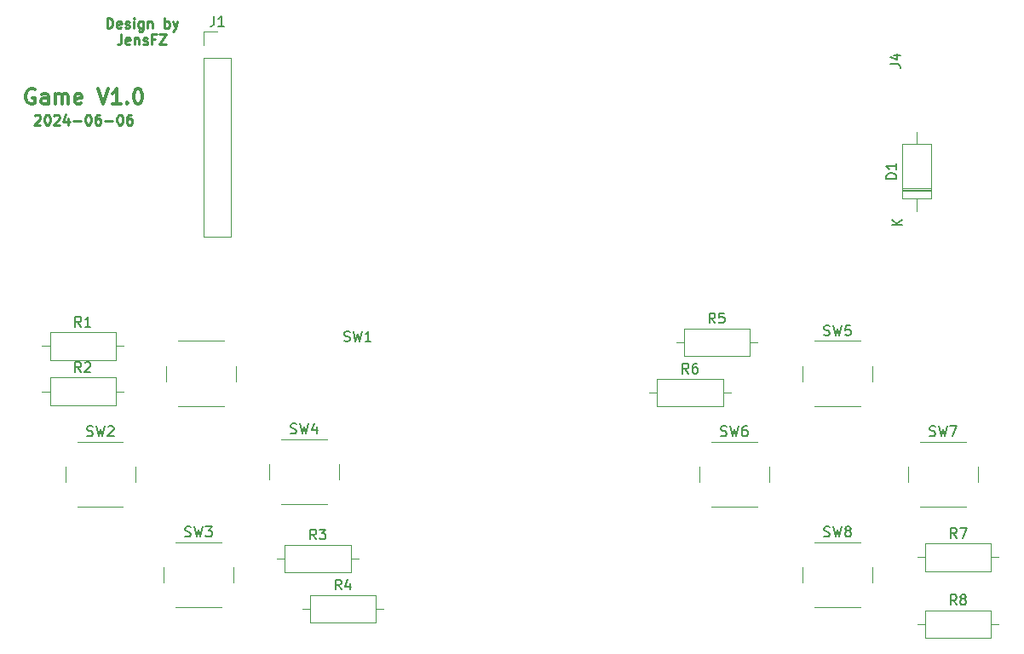
<source format=gbr>
%TF.GenerationSoftware,KiCad,Pcbnew,8.0.2*%
%TF.CreationDate,2024-06-07T00:11:44+02:00*%
%TF.ProjectId,BBC,4242432e-6b69-4636-9164-5f7063625858,rev?*%
%TF.SameCoordinates,Original*%
%TF.FileFunction,Legend,Top*%
%TF.FilePolarity,Positive*%
%FSLAX46Y46*%
G04 Gerber Fmt 4.6, Leading zero omitted, Abs format (unit mm)*
G04 Created by KiCad (PCBNEW 8.0.2) date 2024-06-07 00:11:44*
%MOMM*%
%LPD*%
G01*
G04 APERTURE LIST*
%ADD10C,0.250000*%
%ADD11C,0.300000*%
%ADD12C,0.150000*%
%ADD13C,0.120000*%
G04 APERTURE END LIST*
D10*
X39854949Y-45959857D02*
X39902568Y-45912238D01*
X39902568Y-45912238D02*
X39997806Y-45864619D01*
X39997806Y-45864619D02*
X40235901Y-45864619D01*
X40235901Y-45864619D02*
X40331139Y-45912238D01*
X40331139Y-45912238D02*
X40378758Y-45959857D01*
X40378758Y-45959857D02*
X40426377Y-46055095D01*
X40426377Y-46055095D02*
X40426377Y-46150333D01*
X40426377Y-46150333D02*
X40378758Y-46293190D01*
X40378758Y-46293190D02*
X39807330Y-46864619D01*
X39807330Y-46864619D02*
X40426377Y-46864619D01*
X41045425Y-45864619D02*
X41140663Y-45864619D01*
X41140663Y-45864619D02*
X41235901Y-45912238D01*
X41235901Y-45912238D02*
X41283520Y-45959857D01*
X41283520Y-45959857D02*
X41331139Y-46055095D01*
X41331139Y-46055095D02*
X41378758Y-46245571D01*
X41378758Y-46245571D02*
X41378758Y-46483666D01*
X41378758Y-46483666D02*
X41331139Y-46674142D01*
X41331139Y-46674142D02*
X41283520Y-46769380D01*
X41283520Y-46769380D02*
X41235901Y-46817000D01*
X41235901Y-46817000D02*
X41140663Y-46864619D01*
X41140663Y-46864619D02*
X41045425Y-46864619D01*
X41045425Y-46864619D02*
X40950187Y-46817000D01*
X40950187Y-46817000D02*
X40902568Y-46769380D01*
X40902568Y-46769380D02*
X40854949Y-46674142D01*
X40854949Y-46674142D02*
X40807330Y-46483666D01*
X40807330Y-46483666D02*
X40807330Y-46245571D01*
X40807330Y-46245571D02*
X40854949Y-46055095D01*
X40854949Y-46055095D02*
X40902568Y-45959857D01*
X40902568Y-45959857D02*
X40950187Y-45912238D01*
X40950187Y-45912238D02*
X41045425Y-45864619D01*
X41759711Y-45959857D02*
X41807330Y-45912238D01*
X41807330Y-45912238D02*
X41902568Y-45864619D01*
X41902568Y-45864619D02*
X42140663Y-45864619D01*
X42140663Y-45864619D02*
X42235901Y-45912238D01*
X42235901Y-45912238D02*
X42283520Y-45959857D01*
X42283520Y-45959857D02*
X42331139Y-46055095D01*
X42331139Y-46055095D02*
X42331139Y-46150333D01*
X42331139Y-46150333D02*
X42283520Y-46293190D01*
X42283520Y-46293190D02*
X41712092Y-46864619D01*
X41712092Y-46864619D02*
X42331139Y-46864619D01*
X43188282Y-46197952D02*
X43188282Y-46864619D01*
X42950187Y-45817000D02*
X42712092Y-46531285D01*
X42712092Y-46531285D02*
X43331139Y-46531285D01*
X43712092Y-46483666D02*
X44473997Y-46483666D01*
X45140663Y-45864619D02*
X45235901Y-45864619D01*
X45235901Y-45864619D02*
X45331139Y-45912238D01*
X45331139Y-45912238D02*
X45378758Y-45959857D01*
X45378758Y-45959857D02*
X45426377Y-46055095D01*
X45426377Y-46055095D02*
X45473996Y-46245571D01*
X45473996Y-46245571D02*
X45473996Y-46483666D01*
X45473996Y-46483666D02*
X45426377Y-46674142D01*
X45426377Y-46674142D02*
X45378758Y-46769380D01*
X45378758Y-46769380D02*
X45331139Y-46817000D01*
X45331139Y-46817000D02*
X45235901Y-46864619D01*
X45235901Y-46864619D02*
X45140663Y-46864619D01*
X45140663Y-46864619D02*
X45045425Y-46817000D01*
X45045425Y-46817000D02*
X44997806Y-46769380D01*
X44997806Y-46769380D02*
X44950187Y-46674142D01*
X44950187Y-46674142D02*
X44902568Y-46483666D01*
X44902568Y-46483666D02*
X44902568Y-46245571D01*
X44902568Y-46245571D02*
X44950187Y-46055095D01*
X44950187Y-46055095D02*
X44997806Y-45959857D01*
X44997806Y-45959857D02*
X45045425Y-45912238D01*
X45045425Y-45912238D02*
X45140663Y-45864619D01*
X46331139Y-45864619D02*
X46140663Y-45864619D01*
X46140663Y-45864619D02*
X46045425Y-45912238D01*
X46045425Y-45912238D02*
X45997806Y-45959857D01*
X45997806Y-45959857D02*
X45902568Y-46102714D01*
X45902568Y-46102714D02*
X45854949Y-46293190D01*
X45854949Y-46293190D02*
X45854949Y-46674142D01*
X45854949Y-46674142D02*
X45902568Y-46769380D01*
X45902568Y-46769380D02*
X45950187Y-46817000D01*
X45950187Y-46817000D02*
X46045425Y-46864619D01*
X46045425Y-46864619D02*
X46235901Y-46864619D01*
X46235901Y-46864619D02*
X46331139Y-46817000D01*
X46331139Y-46817000D02*
X46378758Y-46769380D01*
X46378758Y-46769380D02*
X46426377Y-46674142D01*
X46426377Y-46674142D02*
X46426377Y-46436047D01*
X46426377Y-46436047D02*
X46378758Y-46340809D01*
X46378758Y-46340809D02*
X46331139Y-46293190D01*
X46331139Y-46293190D02*
X46235901Y-46245571D01*
X46235901Y-46245571D02*
X46045425Y-46245571D01*
X46045425Y-46245571D02*
X45950187Y-46293190D01*
X45950187Y-46293190D02*
X45902568Y-46340809D01*
X45902568Y-46340809D02*
X45854949Y-46436047D01*
X46854949Y-46483666D02*
X47616854Y-46483666D01*
X48283520Y-45864619D02*
X48378758Y-45864619D01*
X48378758Y-45864619D02*
X48473996Y-45912238D01*
X48473996Y-45912238D02*
X48521615Y-45959857D01*
X48521615Y-45959857D02*
X48569234Y-46055095D01*
X48569234Y-46055095D02*
X48616853Y-46245571D01*
X48616853Y-46245571D02*
X48616853Y-46483666D01*
X48616853Y-46483666D02*
X48569234Y-46674142D01*
X48569234Y-46674142D02*
X48521615Y-46769380D01*
X48521615Y-46769380D02*
X48473996Y-46817000D01*
X48473996Y-46817000D02*
X48378758Y-46864619D01*
X48378758Y-46864619D02*
X48283520Y-46864619D01*
X48283520Y-46864619D02*
X48188282Y-46817000D01*
X48188282Y-46817000D02*
X48140663Y-46769380D01*
X48140663Y-46769380D02*
X48093044Y-46674142D01*
X48093044Y-46674142D02*
X48045425Y-46483666D01*
X48045425Y-46483666D02*
X48045425Y-46245571D01*
X48045425Y-46245571D02*
X48093044Y-46055095D01*
X48093044Y-46055095D02*
X48140663Y-45959857D01*
X48140663Y-45959857D02*
X48188282Y-45912238D01*
X48188282Y-45912238D02*
X48283520Y-45864619D01*
X49473996Y-45864619D02*
X49283520Y-45864619D01*
X49283520Y-45864619D02*
X49188282Y-45912238D01*
X49188282Y-45912238D02*
X49140663Y-45959857D01*
X49140663Y-45959857D02*
X49045425Y-46102714D01*
X49045425Y-46102714D02*
X48997806Y-46293190D01*
X48997806Y-46293190D02*
X48997806Y-46674142D01*
X48997806Y-46674142D02*
X49045425Y-46769380D01*
X49045425Y-46769380D02*
X49093044Y-46817000D01*
X49093044Y-46817000D02*
X49188282Y-46864619D01*
X49188282Y-46864619D02*
X49378758Y-46864619D01*
X49378758Y-46864619D02*
X49473996Y-46817000D01*
X49473996Y-46817000D02*
X49521615Y-46769380D01*
X49521615Y-46769380D02*
X49569234Y-46674142D01*
X49569234Y-46674142D02*
X49569234Y-46436047D01*
X49569234Y-46436047D02*
X49521615Y-46340809D01*
X49521615Y-46340809D02*
X49473996Y-46293190D01*
X49473996Y-46293190D02*
X49378758Y-46245571D01*
X49378758Y-46245571D02*
X49188282Y-46245571D01*
X49188282Y-46245571D02*
X49093044Y-46293190D01*
X49093044Y-46293190D02*
X49045425Y-46340809D01*
X49045425Y-46340809D02*
X48997806Y-46436047D01*
D11*
X39840225Y-43372257D02*
X39697368Y-43300828D01*
X39697368Y-43300828D02*
X39483082Y-43300828D01*
X39483082Y-43300828D02*
X39268796Y-43372257D01*
X39268796Y-43372257D02*
X39125939Y-43515114D01*
X39125939Y-43515114D02*
X39054510Y-43657971D01*
X39054510Y-43657971D02*
X38983082Y-43943685D01*
X38983082Y-43943685D02*
X38983082Y-44157971D01*
X38983082Y-44157971D02*
X39054510Y-44443685D01*
X39054510Y-44443685D02*
X39125939Y-44586542D01*
X39125939Y-44586542D02*
X39268796Y-44729400D01*
X39268796Y-44729400D02*
X39483082Y-44800828D01*
X39483082Y-44800828D02*
X39625939Y-44800828D01*
X39625939Y-44800828D02*
X39840225Y-44729400D01*
X39840225Y-44729400D02*
X39911653Y-44657971D01*
X39911653Y-44657971D02*
X39911653Y-44157971D01*
X39911653Y-44157971D02*
X39625939Y-44157971D01*
X41197368Y-44800828D02*
X41197368Y-44015114D01*
X41197368Y-44015114D02*
X41125939Y-43872257D01*
X41125939Y-43872257D02*
X40983082Y-43800828D01*
X40983082Y-43800828D02*
X40697368Y-43800828D01*
X40697368Y-43800828D02*
X40554510Y-43872257D01*
X41197368Y-44729400D02*
X41054510Y-44800828D01*
X41054510Y-44800828D02*
X40697368Y-44800828D01*
X40697368Y-44800828D02*
X40554510Y-44729400D01*
X40554510Y-44729400D02*
X40483082Y-44586542D01*
X40483082Y-44586542D02*
X40483082Y-44443685D01*
X40483082Y-44443685D02*
X40554510Y-44300828D01*
X40554510Y-44300828D02*
X40697368Y-44229400D01*
X40697368Y-44229400D02*
X41054510Y-44229400D01*
X41054510Y-44229400D02*
X41197368Y-44157971D01*
X41911653Y-44800828D02*
X41911653Y-43800828D01*
X41911653Y-43943685D02*
X41983082Y-43872257D01*
X41983082Y-43872257D02*
X42125939Y-43800828D01*
X42125939Y-43800828D02*
X42340225Y-43800828D01*
X42340225Y-43800828D02*
X42483082Y-43872257D01*
X42483082Y-43872257D02*
X42554511Y-44015114D01*
X42554511Y-44015114D02*
X42554511Y-44800828D01*
X42554511Y-44015114D02*
X42625939Y-43872257D01*
X42625939Y-43872257D02*
X42768796Y-43800828D01*
X42768796Y-43800828D02*
X42983082Y-43800828D01*
X42983082Y-43800828D02*
X43125939Y-43872257D01*
X43125939Y-43872257D02*
X43197368Y-44015114D01*
X43197368Y-44015114D02*
X43197368Y-44800828D01*
X44483082Y-44729400D02*
X44340225Y-44800828D01*
X44340225Y-44800828D02*
X44054511Y-44800828D01*
X44054511Y-44800828D02*
X43911653Y-44729400D01*
X43911653Y-44729400D02*
X43840225Y-44586542D01*
X43840225Y-44586542D02*
X43840225Y-44015114D01*
X43840225Y-44015114D02*
X43911653Y-43872257D01*
X43911653Y-43872257D02*
X44054511Y-43800828D01*
X44054511Y-43800828D02*
X44340225Y-43800828D01*
X44340225Y-43800828D02*
X44483082Y-43872257D01*
X44483082Y-43872257D02*
X44554511Y-44015114D01*
X44554511Y-44015114D02*
X44554511Y-44157971D01*
X44554511Y-44157971D02*
X43840225Y-44300828D01*
X46125939Y-43300828D02*
X46625939Y-44800828D01*
X46625939Y-44800828D02*
X47125939Y-43300828D01*
X48411653Y-44800828D02*
X47554510Y-44800828D01*
X47983081Y-44800828D02*
X47983081Y-43300828D01*
X47983081Y-43300828D02*
X47840224Y-43515114D01*
X47840224Y-43515114D02*
X47697367Y-43657971D01*
X47697367Y-43657971D02*
X47554510Y-43729400D01*
X49054509Y-44657971D02*
X49125938Y-44729400D01*
X49125938Y-44729400D02*
X49054509Y-44800828D01*
X49054509Y-44800828D02*
X48983081Y-44729400D01*
X48983081Y-44729400D02*
X49054509Y-44657971D01*
X49054509Y-44657971D02*
X49054509Y-44800828D01*
X50054510Y-43300828D02*
X50197367Y-43300828D01*
X50197367Y-43300828D02*
X50340224Y-43372257D01*
X50340224Y-43372257D02*
X50411653Y-43443685D01*
X50411653Y-43443685D02*
X50483081Y-43586542D01*
X50483081Y-43586542D02*
X50554510Y-43872257D01*
X50554510Y-43872257D02*
X50554510Y-44229400D01*
X50554510Y-44229400D02*
X50483081Y-44515114D01*
X50483081Y-44515114D02*
X50411653Y-44657971D01*
X50411653Y-44657971D02*
X50340224Y-44729400D01*
X50340224Y-44729400D02*
X50197367Y-44800828D01*
X50197367Y-44800828D02*
X50054510Y-44800828D01*
X50054510Y-44800828D02*
X49911653Y-44729400D01*
X49911653Y-44729400D02*
X49840224Y-44657971D01*
X49840224Y-44657971D02*
X49768795Y-44515114D01*
X49768795Y-44515114D02*
X49697367Y-44229400D01*
X49697367Y-44229400D02*
X49697367Y-43872257D01*
X49697367Y-43872257D02*
X49768795Y-43586542D01*
X49768795Y-43586542D02*
X49840224Y-43443685D01*
X49840224Y-43443685D02*
X49911653Y-43372257D01*
X49911653Y-43372257D02*
X50054510Y-43300828D01*
D10*
X47047619Y-37254675D02*
X47047619Y-36254675D01*
X47047619Y-36254675D02*
X47285714Y-36254675D01*
X47285714Y-36254675D02*
X47428571Y-36302294D01*
X47428571Y-36302294D02*
X47523809Y-36397532D01*
X47523809Y-36397532D02*
X47571428Y-36492770D01*
X47571428Y-36492770D02*
X47619047Y-36683246D01*
X47619047Y-36683246D02*
X47619047Y-36826103D01*
X47619047Y-36826103D02*
X47571428Y-37016579D01*
X47571428Y-37016579D02*
X47523809Y-37111817D01*
X47523809Y-37111817D02*
X47428571Y-37207056D01*
X47428571Y-37207056D02*
X47285714Y-37254675D01*
X47285714Y-37254675D02*
X47047619Y-37254675D01*
X48428571Y-37207056D02*
X48333333Y-37254675D01*
X48333333Y-37254675D02*
X48142857Y-37254675D01*
X48142857Y-37254675D02*
X48047619Y-37207056D01*
X48047619Y-37207056D02*
X48000000Y-37111817D01*
X48000000Y-37111817D02*
X48000000Y-36730865D01*
X48000000Y-36730865D02*
X48047619Y-36635627D01*
X48047619Y-36635627D02*
X48142857Y-36588008D01*
X48142857Y-36588008D02*
X48333333Y-36588008D01*
X48333333Y-36588008D02*
X48428571Y-36635627D01*
X48428571Y-36635627D02*
X48476190Y-36730865D01*
X48476190Y-36730865D02*
X48476190Y-36826103D01*
X48476190Y-36826103D02*
X48000000Y-36921341D01*
X48857143Y-37207056D02*
X48952381Y-37254675D01*
X48952381Y-37254675D02*
X49142857Y-37254675D01*
X49142857Y-37254675D02*
X49238095Y-37207056D01*
X49238095Y-37207056D02*
X49285714Y-37111817D01*
X49285714Y-37111817D02*
X49285714Y-37064198D01*
X49285714Y-37064198D02*
X49238095Y-36968960D01*
X49238095Y-36968960D02*
X49142857Y-36921341D01*
X49142857Y-36921341D02*
X49000000Y-36921341D01*
X49000000Y-36921341D02*
X48904762Y-36873722D01*
X48904762Y-36873722D02*
X48857143Y-36778484D01*
X48857143Y-36778484D02*
X48857143Y-36730865D01*
X48857143Y-36730865D02*
X48904762Y-36635627D01*
X48904762Y-36635627D02*
X49000000Y-36588008D01*
X49000000Y-36588008D02*
X49142857Y-36588008D01*
X49142857Y-36588008D02*
X49238095Y-36635627D01*
X49714286Y-37254675D02*
X49714286Y-36588008D01*
X49714286Y-36254675D02*
X49666667Y-36302294D01*
X49666667Y-36302294D02*
X49714286Y-36349913D01*
X49714286Y-36349913D02*
X49761905Y-36302294D01*
X49761905Y-36302294D02*
X49714286Y-36254675D01*
X49714286Y-36254675D02*
X49714286Y-36349913D01*
X50619047Y-36588008D02*
X50619047Y-37397532D01*
X50619047Y-37397532D02*
X50571428Y-37492770D01*
X50571428Y-37492770D02*
X50523809Y-37540389D01*
X50523809Y-37540389D02*
X50428571Y-37588008D01*
X50428571Y-37588008D02*
X50285714Y-37588008D01*
X50285714Y-37588008D02*
X50190476Y-37540389D01*
X50619047Y-37207056D02*
X50523809Y-37254675D01*
X50523809Y-37254675D02*
X50333333Y-37254675D01*
X50333333Y-37254675D02*
X50238095Y-37207056D01*
X50238095Y-37207056D02*
X50190476Y-37159436D01*
X50190476Y-37159436D02*
X50142857Y-37064198D01*
X50142857Y-37064198D02*
X50142857Y-36778484D01*
X50142857Y-36778484D02*
X50190476Y-36683246D01*
X50190476Y-36683246D02*
X50238095Y-36635627D01*
X50238095Y-36635627D02*
X50333333Y-36588008D01*
X50333333Y-36588008D02*
X50523809Y-36588008D01*
X50523809Y-36588008D02*
X50619047Y-36635627D01*
X51095238Y-36588008D02*
X51095238Y-37254675D01*
X51095238Y-36683246D02*
X51142857Y-36635627D01*
X51142857Y-36635627D02*
X51238095Y-36588008D01*
X51238095Y-36588008D02*
X51380952Y-36588008D01*
X51380952Y-36588008D02*
X51476190Y-36635627D01*
X51476190Y-36635627D02*
X51523809Y-36730865D01*
X51523809Y-36730865D02*
X51523809Y-37254675D01*
X52761905Y-37254675D02*
X52761905Y-36254675D01*
X52761905Y-36635627D02*
X52857143Y-36588008D01*
X52857143Y-36588008D02*
X53047619Y-36588008D01*
X53047619Y-36588008D02*
X53142857Y-36635627D01*
X53142857Y-36635627D02*
X53190476Y-36683246D01*
X53190476Y-36683246D02*
X53238095Y-36778484D01*
X53238095Y-36778484D02*
X53238095Y-37064198D01*
X53238095Y-37064198D02*
X53190476Y-37159436D01*
X53190476Y-37159436D02*
X53142857Y-37207056D01*
X53142857Y-37207056D02*
X53047619Y-37254675D01*
X53047619Y-37254675D02*
X52857143Y-37254675D01*
X52857143Y-37254675D02*
X52761905Y-37207056D01*
X53571429Y-36588008D02*
X53809524Y-37254675D01*
X54047619Y-36588008D02*
X53809524Y-37254675D01*
X53809524Y-37254675D02*
X53714286Y-37492770D01*
X53714286Y-37492770D02*
X53666667Y-37540389D01*
X53666667Y-37540389D02*
X53571429Y-37588008D01*
X48452380Y-37864619D02*
X48452380Y-38578904D01*
X48452380Y-38578904D02*
X48404761Y-38721761D01*
X48404761Y-38721761D02*
X48309523Y-38817000D01*
X48309523Y-38817000D02*
X48166666Y-38864619D01*
X48166666Y-38864619D02*
X48071428Y-38864619D01*
X49309523Y-38817000D02*
X49214285Y-38864619D01*
X49214285Y-38864619D02*
X49023809Y-38864619D01*
X49023809Y-38864619D02*
X48928571Y-38817000D01*
X48928571Y-38817000D02*
X48880952Y-38721761D01*
X48880952Y-38721761D02*
X48880952Y-38340809D01*
X48880952Y-38340809D02*
X48928571Y-38245571D01*
X48928571Y-38245571D02*
X49023809Y-38197952D01*
X49023809Y-38197952D02*
X49214285Y-38197952D01*
X49214285Y-38197952D02*
X49309523Y-38245571D01*
X49309523Y-38245571D02*
X49357142Y-38340809D01*
X49357142Y-38340809D02*
X49357142Y-38436047D01*
X49357142Y-38436047D02*
X48880952Y-38531285D01*
X49785714Y-38197952D02*
X49785714Y-38864619D01*
X49785714Y-38293190D02*
X49833333Y-38245571D01*
X49833333Y-38245571D02*
X49928571Y-38197952D01*
X49928571Y-38197952D02*
X50071428Y-38197952D01*
X50071428Y-38197952D02*
X50166666Y-38245571D01*
X50166666Y-38245571D02*
X50214285Y-38340809D01*
X50214285Y-38340809D02*
X50214285Y-38864619D01*
X50642857Y-38817000D02*
X50738095Y-38864619D01*
X50738095Y-38864619D02*
X50928571Y-38864619D01*
X50928571Y-38864619D02*
X51023809Y-38817000D01*
X51023809Y-38817000D02*
X51071428Y-38721761D01*
X51071428Y-38721761D02*
X51071428Y-38674142D01*
X51071428Y-38674142D02*
X51023809Y-38578904D01*
X51023809Y-38578904D02*
X50928571Y-38531285D01*
X50928571Y-38531285D02*
X50785714Y-38531285D01*
X50785714Y-38531285D02*
X50690476Y-38483666D01*
X50690476Y-38483666D02*
X50642857Y-38388428D01*
X50642857Y-38388428D02*
X50642857Y-38340809D01*
X50642857Y-38340809D02*
X50690476Y-38245571D01*
X50690476Y-38245571D02*
X50785714Y-38197952D01*
X50785714Y-38197952D02*
X50928571Y-38197952D01*
X50928571Y-38197952D02*
X51023809Y-38245571D01*
X51833333Y-38340809D02*
X51500000Y-38340809D01*
X51500000Y-38864619D02*
X51500000Y-37864619D01*
X51500000Y-37864619D02*
X51976190Y-37864619D01*
X52261905Y-37864619D02*
X52928571Y-37864619D01*
X52928571Y-37864619D02*
X52261905Y-38864619D01*
X52261905Y-38864619D02*
X52928571Y-38864619D01*
D12*
X125484819Y-52238094D02*
X124484819Y-52238094D01*
X124484819Y-52238094D02*
X124484819Y-51999999D01*
X124484819Y-51999999D02*
X124532438Y-51857142D01*
X124532438Y-51857142D02*
X124627676Y-51761904D01*
X124627676Y-51761904D02*
X124722914Y-51714285D01*
X124722914Y-51714285D02*
X124913390Y-51666666D01*
X124913390Y-51666666D02*
X125056247Y-51666666D01*
X125056247Y-51666666D02*
X125246723Y-51714285D01*
X125246723Y-51714285D02*
X125341961Y-51761904D01*
X125341961Y-51761904D02*
X125437200Y-51857142D01*
X125437200Y-51857142D02*
X125484819Y-51999999D01*
X125484819Y-51999999D02*
X125484819Y-52238094D01*
X125484819Y-50714285D02*
X125484819Y-51285713D01*
X125484819Y-50999999D02*
X124484819Y-50999999D01*
X124484819Y-50999999D02*
X124627676Y-51095237D01*
X124627676Y-51095237D02*
X124722914Y-51190475D01*
X124722914Y-51190475D02*
X124770533Y-51285713D01*
X126054819Y-56841904D02*
X125054819Y-56841904D01*
X126054819Y-56270476D02*
X125483390Y-56699047D01*
X125054819Y-56270476D02*
X125626247Y-56841904D01*
X124904819Y-40833333D02*
X125619104Y-40833333D01*
X125619104Y-40833333D02*
X125761961Y-40880952D01*
X125761961Y-40880952D02*
X125857200Y-40976190D01*
X125857200Y-40976190D02*
X125904819Y-41119047D01*
X125904819Y-41119047D02*
X125904819Y-41214285D01*
X125238152Y-39928571D02*
X125904819Y-39928571D01*
X124857200Y-40166666D02*
X125571485Y-40404761D01*
X125571485Y-40404761D02*
X125571485Y-39785714D01*
X57666666Y-36044819D02*
X57666666Y-36759104D01*
X57666666Y-36759104D02*
X57619047Y-36901961D01*
X57619047Y-36901961D02*
X57523809Y-36997200D01*
X57523809Y-36997200D02*
X57380952Y-37044819D01*
X57380952Y-37044819D02*
X57285714Y-37044819D01*
X58666666Y-37044819D02*
X58095238Y-37044819D01*
X58380952Y-37044819D02*
X58380952Y-36044819D01*
X58380952Y-36044819D02*
X58285714Y-36187676D01*
X58285714Y-36187676D02*
X58190476Y-36282914D01*
X58190476Y-36282914D02*
X58095238Y-36330533D01*
X118303947Y-87767200D02*
X118446804Y-87814819D01*
X118446804Y-87814819D02*
X118684899Y-87814819D01*
X118684899Y-87814819D02*
X118780137Y-87767200D01*
X118780137Y-87767200D02*
X118827756Y-87719580D01*
X118827756Y-87719580D02*
X118875375Y-87624342D01*
X118875375Y-87624342D02*
X118875375Y-87529104D01*
X118875375Y-87529104D02*
X118827756Y-87433866D01*
X118827756Y-87433866D02*
X118780137Y-87386247D01*
X118780137Y-87386247D02*
X118684899Y-87338628D01*
X118684899Y-87338628D02*
X118494423Y-87291009D01*
X118494423Y-87291009D02*
X118399185Y-87243390D01*
X118399185Y-87243390D02*
X118351566Y-87195771D01*
X118351566Y-87195771D02*
X118303947Y-87100533D01*
X118303947Y-87100533D02*
X118303947Y-87005295D01*
X118303947Y-87005295D02*
X118351566Y-86910057D01*
X118351566Y-86910057D02*
X118399185Y-86862438D01*
X118399185Y-86862438D02*
X118494423Y-86814819D01*
X118494423Y-86814819D02*
X118732518Y-86814819D01*
X118732518Y-86814819D02*
X118875375Y-86862438D01*
X119208709Y-86814819D02*
X119446804Y-87814819D01*
X119446804Y-87814819D02*
X119637280Y-87100533D01*
X119637280Y-87100533D02*
X119827756Y-87814819D01*
X119827756Y-87814819D02*
X120065852Y-86814819D01*
X120589661Y-87243390D02*
X120494423Y-87195771D01*
X120494423Y-87195771D02*
X120446804Y-87148152D01*
X120446804Y-87148152D02*
X120399185Y-87052914D01*
X120399185Y-87052914D02*
X120399185Y-87005295D01*
X120399185Y-87005295D02*
X120446804Y-86910057D01*
X120446804Y-86910057D02*
X120494423Y-86862438D01*
X120494423Y-86862438D02*
X120589661Y-86814819D01*
X120589661Y-86814819D02*
X120780137Y-86814819D01*
X120780137Y-86814819D02*
X120875375Y-86862438D01*
X120875375Y-86862438D02*
X120922994Y-86910057D01*
X120922994Y-86910057D02*
X120970613Y-87005295D01*
X120970613Y-87005295D02*
X120970613Y-87052914D01*
X120970613Y-87052914D02*
X120922994Y-87148152D01*
X120922994Y-87148152D02*
X120875375Y-87195771D01*
X120875375Y-87195771D02*
X120780137Y-87243390D01*
X120780137Y-87243390D02*
X120589661Y-87243390D01*
X120589661Y-87243390D02*
X120494423Y-87291009D01*
X120494423Y-87291009D02*
X120446804Y-87338628D01*
X120446804Y-87338628D02*
X120399185Y-87433866D01*
X120399185Y-87433866D02*
X120399185Y-87624342D01*
X120399185Y-87624342D02*
X120446804Y-87719580D01*
X120446804Y-87719580D02*
X120494423Y-87767200D01*
X120494423Y-87767200D02*
X120589661Y-87814819D01*
X120589661Y-87814819D02*
X120780137Y-87814819D01*
X120780137Y-87814819D02*
X120875375Y-87767200D01*
X120875375Y-87767200D02*
X120922994Y-87719580D01*
X120922994Y-87719580D02*
X120970613Y-87624342D01*
X120970613Y-87624342D02*
X120970613Y-87433866D01*
X120970613Y-87433866D02*
X120922994Y-87338628D01*
X120922994Y-87338628D02*
X120875375Y-87291009D01*
X120875375Y-87291009D02*
X120780137Y-87243390D01*
X128803947Y-77767200D02*
X128946804Y-77814819D01*
X128946804Y-77814819D02*
X129184899Y-77814819D01*
X129184899Y-77814819D02*
X129280137Y-77767200D01*
X129280137Y-77767200D02*
X129327756Y-77719580D01*
X129327756Y-77719580D02*
X129375375Y-77624342D01*
X129375375Y-77624342D02*
X129375375Y-77529104D01*
X129375375Y-77529104D02*
X129327756Y-77433866D01*
X129327756Y-77433866D02*
X129280137Y-77386247D01*
X129280137Y-77386247D02*
X129184899Y-77338628D01*
X129184899Y-77338628D02*
X128994423Y-77291009D01*
X128994423Y-77291009D02*
X128899185Y-77243390D01*
X128899185Y-77243390D02*
X128851566Y-77195771D01*
X128851566Y-77195771D02*
X128803947Y-77100533D01*
X128803947Y-77100533D02*
X128803947Y-77005295D01*
X128803947Y-77005295D02*
X128851566Y-76910057D01*
X128851566Y-76910057D02*
X128899185Y-76862438D01*
X128899185Y-76862438D02*
X128994423Y-76814819D01*
X128994423Y-76814819D02*
X129232518Y-76814819D01*
X129232518Y-76814819D02*
X129375375Y-76862438D01*
X129708709Y-76814819D02*
X129946804Y-77814819D01*
X129946804Y-77814819D02*
X130137280Y-77100533D01*
X130137280Y-77100533D02*
X130327756Y-77814819D01*
X130327756Y-77814819D02*
X130565852Y-76814819D01*
X130851566Y-76814819D02*
X131518232Y-76814819D01*
X131518232Y-76814819D02*
X131089661Y-77814819D01*
X108053947Y-77767200D02*
X108196804Y-77814819D01*
X108196804Y-77814819D02*
X108434899Y-77814819D01*
X108434899Y-77814819D02*
X108530137Y-77767200D01*
X108530137Y-77767200D02*
X108577756Y-77719580D01*
X108577756Y-77719580D02*
X108625375Y-77624342D01*
X108625375Y-77624342D02*
X108625375Y-77529104D01*
X108625375Y-77529104D02*
X108577756Y-77433866D01*
X108577756Y-77433866D02*
X108530137Y-77386247D01*
X108530137Y-77386247D02*
X108434899Y-77338628D01*
X108434899Y-77338628D02*
X108244423Y-77291009D01*
X108244423Y-77291009D02*
X108149185Y-77243390D01*
X108149185Y-77243390D02*
X108101566Y-77195771D01*
X108101566Y-77195771D02*
X108053947Y-77100533D01*
X108053947Y-77100533D02*
X108053947Y-77005295D01*
X108053947Y-77005295D02*
X108101566Y-76910057D01*
X108101566Y-76910057D02*
X108149185Y-76862438D01*
X108149185Y-76862438D02*
X108244423Y-76814819D01*
X108244423Y-76814819D02*
X108482518Y-76814819D01*
X108482518Y-76814819D02*
X108625375Y-76862438D01*
X108958709Y-76814819D02*
X109196804Y-77814819D01*
X109196804Y-77814819D02*
X109387280Y-77100533D01*
X109387280Y-77100533D02*
X109577756Y-77814819D01*
X109577756Y-77814819D02*
X109815852Y-76814819D01*
X110625375Y-76814819D02*
X110434899Y-76814819D01*
X110434899Y-76814819D02*
X110339661Y-76862438D01*
X110339661Y-76862438D02*
X110292042Y-76910057D01*
X110292042Y-76910057D02*
X110196804Y-77052914D01*
X110196804Y-77052914D02*
X110149185Y-77243390D01*
X110149185Y-77243390D02*
X110149185Y-77624342D01*
X110149185Y-77624342D02*
X110196804Y-77719580D01*
X110196804Y-77719580D02*
X110244423Y-77767200D01*
X110244423Y-77767200D02*
X110339661Y-77814819D01*
X110339661Y-77814819D02*
X110530137Y-77814819D01*
X110530137Y-77814819D02*
X110625375Y-77767200D01*
X110625375Y-77767200D02*
X110672994Y-77719580D01*
X110672994Y-77719580D02*
X110720613Y-77624342D01*
X110720613Y-77624342D02*
X110720613Y-77386247D01*
X110720613Y-77386247D02*
X110672994Y-77291009D01*
X110672994Y-77291009D02*
X110625375Y-77243390D01*
X110625375Y-77243390D02*
X110530137Y-77195771D01*
X110530137Y-77195771D02*
X110339661Y-77195771D01*
X110339661Y-77195771D02*
X110244423Y-77243390D01*
X110244423Y-77243390D02*
X110196804Y-77291009D01*
X110196804Y-77291009D02*
X110149185Y-77386247D01*
X118303947Y-67767200D02*
X118446804Y-67814819D01*
X118446804Y-67814819D02*
X118684899Y-67814819D01*
X118684899Y-67814819D02*
X118780137Y-67767200D01*
X118780137Y-67767200D02*
X118827756Y-67719580D01*
X118827756Y-67719580D02*
X118875375Y-67624342D01*
X118875375Y-67624342D02*
X118875375Y-67529104D01*
X118875375Y-67529104D02*
X118827756Y-67433866D01*
X118827756Y-67433866D02*
X118780137Y-67386247D01*
X118780137Y-67386247D02*
X118684899Y-67338628D01*
X118684899Y-67338628D02*
X118494423Y-67291009D01*
X118494423Y-67291009D02*
X118399185Y-67243390D01*
X118399185Y-67243390D02*
X118351566Y-67195771D01*
X118351566Y-67195771D02*
X118303947Y-67100533D01*
X118303947Y-67100533D02*
X118303947Y-67005295D01*
X118303947Y-67005295D02*
X118351566Y-66910057D01*
X118351566Y-66910057D02*
X118399185Y-66862438D01*
X118399185Y-66862438D02*
X118494423Y-66814819D01*
X118494423Y-66814819D02*
X118732518Y-66814819D01*
X118732518Y-66814819D02*
X118875375Y-66862438D01*
X119208709Y-66814819D02*
X119446804Y-67814819D01*
X119446804Y-67814819D02*
X119637280Y-67100533D01*
X119637280Y-67100533D02*
X119827756Y-67814819D01*
X119827756Y-67814819D02*
X120065852Y-66814819D01*
X120922994Y-66814819D02*
X120446804Y-66814819D01*
X120446804Y-66814819D02*
X120399185Y-67291009D01*
X120399185Y-67291009D02*
X120446804Y-67243390D01*
X120446804Y-67243390D02*
X120542042Y-67195771D01*
X120542042Y-67195771D02*
X120780137Y-67195771D01*
X120780137Y-67195771D02*
X120875375Y-67243390D01*
X120875375Y-67243390D02*
X120922994Y-67291009D01*
X120922994Y-67291009D02*
X120970613Y-67386247D01*
X120970613Y-67386247D02*
X120970613Y-67624342D01*
X120970613Y-67624342D02*
X120922994Y-67719580D01*
X120922994Y-67719580D02*
X120875375Y-67767200D01*
X120875375Y-67767200D02*
X120780137Y-67814819D01*
X120780137Y-67814819D02*
X120542042Y-67814819D01*
X120542042Y-67814819D02*
X120446804Y-67767200D01*
X120446804Y-67767200D02*
X120399185Y-67719580D01*
X65303947Y-77517200D02*
X65446804Y-77564819D01*
X65446804Y-77564819D02*
X65684899Y-77564819D01*
X65684899Y-77564819D02*
X65780137Y-77517200D01*
X65780137Y-77517200D02*
X65827756Y-77469580D01*
X65827756Y-77469580D02*
X65875375Y-77374342D01*
X65875375Y-77374342D02*
X65875375Y-77279104D01*
X65875375Y-77279104D02*
X65827756Y-77183866D01*
X65827756Y-77183866D02*
X65780137Y-77136247D01*
X65780137Y-77136247D02*
X65684899Y-77088628D01*
X65684899Y-77088628D02*
X65494423Y-77041009D01*
X65494423Y-77041009D02*
X65399185Y-76993390D01*
X65399185Y-76993390D02*
X65351566Y-76945771D01*
X65351566Y-76945771D02*
X65303947Y-76850533D01*
X65303947Y-76850533D02*
X65303947Y-76755295D01*
X65303947Y-76755295D02*
X65351566Y-76660057D01*
X65351566Y-76660057D02*
X65399185Y-76612438D01*
X65399185Y-76612438D02*
X65494423Y-76564819D01*
X65494423Y-76564819D02*
X65732518Y-76564819D01*
X65732518Y-76564819D02*
X65875375Y-76612438D01*
X66208709Y-76564819D02*
X66446804Y-77564819D01*
X66446804Y-77564819D02*
X66637280Y-76850533D01*
X66637280Y-76850533D02*
X66827756Y-77564819D01*
X66827756Y-77564819D02*
X67065852Y-76564819D01*
X67875375Y-76898152D02*
X67875375Y-77564819D01*
X67637280Y-76517200D02*
X67399185Y-77231485D01*
X67399185Y-77231485D02*
X68018232Y-77231485D01*
X54803947Y-87767200D02*
X54946804Y-87814819D01*
X54946804Y-87814819D02*
X55184899Y-87814819D01*
X55184899Y-87814819D02*
X55280137Y-87767200D01*
X55280137Y-87767200D02*
X55327756Y-87719580D01*
X55327756Y-87719580D02*
X55375375Y-87624342D01*
X55375375Y-87624342D02*
X55375375Y-87529104D01*
X55375375Y-87529104D02*
X55327756Y-87433866D01*
X55327756Y-87433866D02*
X55280137Y-87386247D01*
X55280137Y-87386247D02*
X55184899Y-87338628D01*
X55184899Y-87338628D02*
X54994423Y-87291009D01*
X54994423Y-87291009D02*
X54899185Y-87243390D01*
X54899185Y-87243390D02*
X54851566Y-87195771D01*
X54851566Y-87195771D02*
X54803947Y-87100533D01*
X54803947Y-87100533D02*
X54803947Y-87005295D01*
X54803947Y-87005295D02*
X54851566Y-86910057D01*
X54851566Y-86910057D02*
X54899185Y-86862438D01*
X54899185Y-86862438D02*
X54994423Y-86814819D01*
X54994423Y-86814819D02*
X55232518Y-86814819D01*
X55232518Y-86814819D02*
X55375375Y-86862438D01*
X55708709Y-86814819D02*
X55946804Y-87814819D01*
X55946804Y-87814819D02*
X56137280Y-87100533D01*
X56137280Y-87100533D02*
X56327756Y-87814819D01*
X56327756Y-87814819D02*
X56565852Y-86814819D01*
X56851566Y-86814819D02*
X57470613Y-86814819D01*
X57470613Y-86814819D02*
X57137280Y-87195771D01*
X57137280Y-87195771D02*
X57280137Y-87195771D01*
X57280137Y-87195771D02*
X57375375Y-87243390D01*
X57375375Y-87243390D02*
X57422994Y-87291009D01*
X57422994Y-87291009D02*
X57470613Y-87386247D01*
X57470613Y-87386247D02*
X57470613Y-87624342D01*
X57470613Y-87624342D02*
X57422994Y-87719580D01*
X57422994Y-87719580D02*
X57375375Y-87767200D01*
X57375375Y-87767200D02*
X57280137Y-87814819D01*
X57280137Y-87814819D02*
X56994423Y-87814819D01*
X56994423Y-87814819D02*
X56899185Y-87767200D01*
X56899185Y-87767200D02*
X56851566Y-87719580D01*
X45053947Y-77767200D02*
X45196804Y-77814819D01*
X45196804Y-77814819D02*
X45434899Y-77814819D01*
X45434899Y-77814819D02*
X45530137Y-77767200D01*
X45530137Y-77767200D02*
X45577756Y-77719580D01*
X45577756Y-77719580D02*
X45625375Y-77624342D01*
X45625375Y-77624342D02*
X45625375Y-77529104D01*
X45625375Y-77529104D02*
X45577756Y-77433866D01*
X45577756Y-77433866D02*
X45530137Y-77386247D01*
X45530137Y-77386247D02*
X45434899Y-77338628D01*
X45434899Y-77338628D02*
X45244423Y-77291009D01*
X45244423Y-77291009D02*
X45149185Y-77243390D01*
X45149185Y-77243390D02*
X45101566Y-77195771D01*
X45101566Y-77195771D02*
X45053947Y-77100533D01*
X45053947Y-77100533D02*
X45053947Y-77005295D01*
X45053947Y-77005295D02*
X45101566Y-76910057D01*
X45101566Y-76910057D02*
X45149185Y-76862438D01*
X45149185Y-76862438D02*
X45244423Y-76814819D01*
X45244423Y-76814819D02*
X45482518Y-76814819D01*
X45482518Y-76814819D02*
X45625375Y-76862438D01*
X45958709Y-76814819D02*
X46196804Y-77814819D01*
X46196804Y-77814819D02*
X46387280Y-77100533D01*
X46387280Y-77100533D02*
X46577756Y-77814819D01*
X46577756Y-77814819D02*
X46815852Y-76814819D01*
X47149185Y-76910057D02*
X47196804Y-76862438D01*
X47196804Y-76862438D02*
X47292042Y-76814819D01*
X47292042Y-76814819D02*
X47530137Y-76814819D01*
X47530137Y-76814819D02*
X47625375Y-76862438D01*
X47625375Y-76862438D02*
X47672994Y-76910057D01*
X47672994Y-76910057D02*
X47720613Y-77005295D01*
X47720613Y-77005295D02*
X47720613Y-77100533D01*
X47720613Y-77100533D02*
X47672994Y-77243390D01*
X47672994Y-77243390D02*
X47101566Y-77814819D01*
X47101566Y-77814819D02*
X47720613Y-77814819D01*
X70606867Y-68339039D02*
X70749724Y-68386658D01*
X70749724Y-68386658D02*
X70987819Y-68386658D01*
X70987819Y-68386658D02*
X71083057Y-68339039D01*
X71083057Y-68339039D02*
X71130676Y-68291419D01*
X71130676Y-68291419D02*
X71178295Y-68196181D01*
X71178295Y-68196181D02*
X71178295Y-68100943D01*
X71178295Y-68100943D02*
X71130676Y-68005705D01*
X71130676Y-68005705D02*
X71083057Y-67958086D01*
X71083057Y-67958086D02*
X70987819Y-67910467D01*
X70987819Y-67910467D02*
X70797343Y-67862848D01*
X70797343Y-67862848D02*
X70702105Y-67815229D01*
X70702105Y-67815229D02*
X70654486Y-67767610D01*
X70654486Y-67767610D02*
X70606867Y-67672372D01*
X70606867Y-67672372D02*
X70606867Y-67577134D01*
X70606867Y-67577134D02*
X70654486Y-67481896D01*
X70654486Y-67481896D02*
X70702105Y-67434277D01*
X70702105Y-67434277D02*
X70797343Y-67386658D01*
X70797343Y-67386658D02*
X71035438Y-67386658D01*
X71035438Y-67386658D02*
X71178295Y-67434277D01*
X71511629Y-67386658D02*
X71749724Y-68386658D01*
X71749724Y-68386658D02*
X71940200Y-67672372D01*
X71940200Y-67672372D02*
X72130676Y-68386658D01*
X72130676Y-68386658D02*
X72368772Y-67386658D01*
X73273533Y-68386658D02*
X72702105Y-68386658D01*
X72987819Y-68386658D02*
X72987819Y-67386658D01*
X72987819Y-67386658D02*
X72892581Y-67529515D01*
X72892581Y-67529515D02*
X72797343Y-67624753D01*
X72797343Y-67624753D02*
X72702105Y-67672372D01*
X131470613Y-94584819D02*
X131137280Y-94108628D01*
X130899185Y-94584819D02*
X130899185Y-93584819D01*
X130899185Y-93584819D02*
X131280137Y-93584819D01*
X131280137Y-93584819D02*
X131375375Y-93632438D01*
X131375375Y-93632438D02*
X131422994Y-93680057D01*
X131422994Y-93680057D02*
X131470613Y-93775295D01*
X131470613Y-93775295D02*
X131470613Y-93918152D01*
X131470613Y-93918152D02*
X131422994Y-94013390D01*
X131422994Y-94013390D02*
X131375375Y-94061009D01*
X131375375Y-94061009D02*
X131280137Y-94108628D01*
X131280137Y-94108628D02*
X130899185Y-94108628D01*
X132042042Y-94013390D02*
X131946804Y-93965771D01*
X131946804Y-93965771D02*
X131899185Y-93918152D01*
X131899185Y-93918152D02*
X131851566Y-93822914D01*
X131851566Y-93822914D02*
X131851566Y-93775295D01*
X131851566Y-93775295D02*
X131899185Y-93680057D01*
X131899185Y-93680057D02*
X131946804Y-93632438D01*
X131946804Y-93632438D02*
X132042042Y-93584819D01*
X132042042Y-93584819D02*
X132232518Y-93584819D01*
X132232518Y-93584819D02*
X132327756Y-93632438D01*
X132327756Y-93632438D02*
X132375375Y-93680057D01*
X132375375Y-93680057D02*
X132422994Y-93775295D01*
X132422994Y-93775295D02*
X132422994Y-93822914D01*
X132422994Y-93822914D02*
X132375375Y-93918152D01*
X132375375Y-93918152D02*
X132327756Y-93965771D01*
X132327756Y-93965771D02*
X132232518Y-94013390D01*
X132232518Y-94013390D02*
X132042042Y-94013390D01*
X132042042Y-94013390D02*
X131946804Y-94061009D01*
X131946804Y-94061009D02*
X131899185Y-94108628D01*
X131899185Y-94108628D02*
X131851566Y-94203866D01*
X131851566Y-94203866D02*
X131851566Y-94394342D01*
X131851566Y-94394342D02*
X131899185Y-94489580D01*
X131899185Y-94489580D02*
X131946804Y-94537200D01*
X131946804Y-94537200D02*
X132042042Y-94584819D01*
X132042042Y-94584819D02*
X132232518Y-94584819D01*
X132232518Y-94584819D02*
X132327756Y-94537200D01*
X132327756Y-94537200D02*
X132375375Y-94489580D01*
X132375375Y-94489580D02*
X132422994Y-94394342D01*
X132422994Y-94394342D02*
X132422994Y-94203866D01*
X132422994Y-94203866D02*
X132375375Y-94108628D01*
X132375375Y-94108628D02*
X132327756Y-94061009D01*
X132327756Y-94061009D02*
X132232518Y-94013390D01*
X131470613Y-87944819D02*
X131137280Y-87468628D01*
X130899185Y-87944819D02*
X130899185Y-86944819D01*
X130899185Y-86944819D02*
X131280137Y-86944819D01*
X131280137Y-86944819D02*
X131375375Y-86992438D01*
X131375375Y-86992438D02*
X131422994Y-87040057D01*
X131422994Y-87040057D02*
X131470613Y-87135295D01*
X131470613Y-87135295D02*
X131470613Y-87278152D01*
X131470613Y-87278152D02*
X131422994Y-87373390D01*
X131422994Y-87373390D02*
X131375375Y-87421009D01*
X131375375Y-87421009D02*
X131280137Y-87468628D01*
X131280137Y-87468628D02*
X130899185Y-87468628D01*
X131803947Y-86944819D02*
X132470613Y-86944819D01*
X132470613Y-86944819D02*
X132042042Y-87944819D01*
X104833333Y-71584819D02*
X104500000Y-71108628D01*
X104261905Y-71584819D02*
X104261905Y-70584819D01*
X104261905Y-70584819D02*
X104642857Y-70584819D01*
X104642857Y-70584819D02*
X104738095Y-70632438D01*
X104738095Y-70632438D02*
X104785714Y-70680057D01*
X104785714Y-70680057D02*
X104833333Y-70775295D01*
X104833333Y-70775295D02*
X104833333Y-70918152D01*
X104833333Y-70918152D02*
X104785714Y-71013390D01*
X104785714Y-71013390D02*
X104738095Y-71061009D01*
X104738095Y-71061009D02*
X104642857Y-71108628D01*
X104642857Y-71108628D02*
X104261905Y-71108628D01*
X105690476Y-70584819D02*
X105500000Y-70584819D01*
X105500000Y-70584819D02*
X105404762Y-70632438D01*
X105404762Y-70632438D02*
X105357143Y-70680057D01*
X105357143Y-70680057D02*
X105261905Y-70822914D01*
X105261905Y-70822914D02*
X105214286Y-71013390D01*
X105214286Y-71013390D02*
X105214286Y-71394342D01*
X105214286Y-71394342D02*
X105261905Y-71489580D01*
X105261905Y-71489580D02*
X105309524Y-71537200D01*
X105309524Y-71537200D02*
X105404762Y-71584819D01*
X105404762Y-71584819D02*
X105595238Y-71584819D01*
X105595238Y-71584819D02*
X105690476Y-71537200D01*
X105690476Y-71537200D02*
X105738095Y-71489580D01*
X105738095Y-71489580D02*
X105785714Y-71394342D01*
X105785714Y-71394342D02*
X105785714Y-71156247D01*
X105785714Y-71156247D02*
X105738095Y-71061009D01*
X105738095Y-71061009D02*
X105690476Y-71013390D01*
X105690476Y-71013390D02*
X105595238Y-70965771D01*
X105595238Y-70965771D02*
X105404762Y-70965771D01*
X105404762Y-70965771D02*
X105309524Y-71013390D01*
X105309524Y-71013390D02*
X105261905Y-71061009D01*
X105261905Y-71061009D02*
X105214286Y-71156247D01*
X107470613Y-66584819D02*
X107137280Y-66108628D01*
X106899185Y-66584819D02*
X106899185Y-65584819D01*
X106899185Y-65584819D02*
X107280137Y-65584819D01*
X107280137Y-65584819D02*
X107375375Y-65632438D01*
X107375375Y-65632438D02*
X107422994Y-65680057D01*
X107422994Y-65680057D02*
X107470613Y-65775295D01*
X107470613Y-65775295D02*
X107470613Y-65918152D01*
X107470613Y-65918152D02*
X107422994Y-66013390D01*
X107422994Y-66013390D02*
X107375375Y-66061009D01*
X107375375Y-66061009D02*
X107280137Y-66108628D01*
X107280137Y-66108628D02*
X106899185Y-66108628D01*
X108375375Y-65584819D02*
X107899185Y-65584819D01*
X107899185Y-65584819D02*
X107851566Y-66061009D01*
X107851566Y-66061009D02*
X107899185Y-66013390D01*
X107899185Y-66013390D02*
X107994423Y-65965771D01*
X107994423Y-65965771D02*
X108232518Y-65965771D01*
X108232518Y-65965771D02*
X108327756Y-66013390D01*
X108327756Y-66013390D02*
X108375375Y-66061009D01*
X108375375Y-66061009D02*
X108422994Y-66156247D01*
X108422994Y-66156247D02*
X108422994Y-66394342D01*
X108422994Y-66394342D02*
X108375375Y-66489580D01*
X108375375Y-66489580D02*
X108327756Y-66537200D01*
X108327756Y-66537200D02*
X108232518Y-66584819D01*
X108232518Y-66584819D02*
X107994423Y-66584819D01*
X107994423Y-66584819D02*
X107899185Y-66537200D01*
X107899185Y-66537200D02*
X107851566Y-66489580D01*
X70333333Y-93084819D02*
X70000000Y-92608628D01*
X69761905Y-93084819D02*
X69761905Y-92084819D01*
X69761905Y-92084819D02*
X70142857Y-92084819D01*
X70142857Y-92084819D02*
X70238095Y-92132438D01*
X70238095Y-92132438D02*
X70285714Y-92180057D01*
X70285714Y-92180057D02*
X70333333Y-92275295D01*
X70333333Y-92275295D02*
X70333333Y-92418152D01*
X70333333Y-92418152D02*
X70285714Y-92513390D01*
X70285714Y-92513390D02*
X70238095Y-92561009D01*
X70238095Y-92561009D02*
X70142857Y-92608628D01*
X70142857Y-92608628D02*
X69761905Y-92608628D01*
X71190476Y-92418152D02*
X71190476Y-93084819D01*
X70952381Y-92037200D02*
X70714286Y-92751485D01*
X70714286Y-92751485D02*
X71333333Y-92751485D01*
X67833333Y-88084819D02*
X67500000Y-87608628D01*
X67261905Y-88084819D02*
X67261905Y-87084819D01*
X67261905Y-87084819D02*
X67642857Y-87084819D01*
X67642857Y-87084819D02*
X67738095Y-87132438D01*
X67738095Y-87132438D02*
X67785714Y-87180057D01*
X67785714Y-87180057D02*
X67833333Y-87275295D01*
X67833333Y-87275295D02*
X67833333Y-87418152D01*
X67833333Y-87418152D02*
X67785714Y-87513390D01*
X67785714Y-87513390D02*
X67738095Y-87561009D01*
X67738095Y-87561009D02*
X67642857Y-87608628D01*
X67642857Y-87608628D02*
X67261905Y-87608628D01*
X68166667Y-87084819D02*
X68785714Y-87084819D01*
X68785714Y-87084819D02*
X68452381Y-87465771D01*
X68452381Y-87465771D02*
X68595238Y-87465771D01*
X68595238Y-87465771D02*
X68690476Y-87513390D01*
X68690476Y-87513390D02*
X68738095Y-87561009D01*
X68738095Y-87561009D02*
X68785714Y-87656247D01*
X68785714Y-87656247D02*
X68785714Y-87894342D01*
X68785714Y-87894342D02*
X68738095Y-87989580D01*
X68738095Y-87989580D02*
X68690476Y-88037200D01*
X68690476Y-88037200D02*
X68595238Y-88084819D01*
X68595238Y-88084819D02*
X68309524Y-88084819D01*
X68309524Y-88084819D02*
X68214286Y-88037200D01*
X68214286Y-88037200D02*
X68166667Y-87989580D01*
X44470613Y-71444819D02*
X44137280Y-70968628D01*
X43899185Y-71444819D02*
X43899185Y-70444819D01*
X43899185Y-70444819D02*
X44280137Y-70444819D01*
X44280137Y-70444819D02*
X44375375Y-70492438D01*
X44375375Y-70492438D02*
X44422994Y-70540057D01*
X44422994Y-70540057D02*
X44470613Y-70635295D01*
X44470613Y-70635295D02*
X44470613Y-70778152D01*
X44470613Y-70778152D02*
X44422994Y-70873390D01*
X44422994Y-70873390D02*
X44375375Y-70921009D01*
X44375375Y-70921009D02*
X44280137Y-70968628D01*
X44280137Y-70968628D02*
X43899185Y-70968628D01*
X44851566Y-70540057D02*
X44899185Y-70492438D01*
X44899185Y-70492438D02*
X44994423Y-70444819D01*
X44994423Y-70444819D02*
X45232518Y-70444819D01*
X45232518Y-70444819D02*
X45327756Y-70492438D01*
X45327756Y-70492438D02*
X45375375Y-70540057D01*
X45375375Y-70540057D02*
X45422994Y-70635295D01*
X45422994Y-70635295D02*
X45422994Y-70730533D01*
X45422994Y-70730533D02*
X45375375Y-70873390D01*
X45375375Y-70873390D02*
X44803947Y-71444819D01*
X44803947Y-71444819D02*
X45422994Y-71444819D01*
X44470613Y-66944819D02*
X44137280Y-66468628D01*
X43899185Y-66944819D02*
X43899185Y-65944819D01*
X43899185Y-65944819D02*
X44280137Y-65944819D01*
X44280137Y-65944819D02*
X44375375Y-65992438D01*
X44375375Y-65992438D02*
X44422994Y-66040057D01*
X44422994Y-66040057D02*
X44470613Y-66135295D01*
X44470613Y-66135295D02*
X44470613Y-66278152D01*
X44470613Y-66278152D02*
X44422994Y-66373390D01*
X44422994Y-66373390D02*
X44375375Y-66421009D01*
X44375375Y-66421009D02*
X44280137Y-66468628D01*
X44280137Y-66468628D02*
X43899185Y-66468628D01*
X45422994Y-66944819D02*
X44851566Y-66944819D01*
X45137280Y-66944819D02*
X45137280Y-65944819D01*
X45137280Y-65944819D02*
X45042042Y-66087676D01*
X45042042Y-66087676D02*
X44946804Y-66182914D01*
X44946804Y-66182914D02*
X44851566Y-66230533D01*
D13*
%TO.C,D1*%
X127500000Y-55440000D02*
X127500000Y-54220000D01*
X126030000Y-54220000D02*
X128970000Y-54220000D01*
X128970000Y-54220000D02*
X128970000Y-48780000D01*
X126030000Y-53440000D02*
X128970000Y-53440000D01*
X126030000Y-53320000D02*
X128970000Y-53320000D01*
X126030000Y-53200000D02*
X128970000Y-53200000D01*
X126030000Y-48780000D02*
X126030000Y-54220000D01*
X128970000Y-48780000D02*
X126030000Y-48780000D01*
X127500000Y-47560000D02*
X127500000Y-48780000D01*
%TO.C,J1*%
X59330000Y-40190000D02*
X59330000Y-58030000D01*
X56670000Y-58030000D02*
X59330000Y-58030000D01*
X56670000Y-40190000D02*
X59330000Y-40190000D01*
X56670000Y-40190000D02*
X56670000Y-58030000D01*
X56670000Y-38920000D02*
X56670000Y-37590000D01*
X56670000Y-37590000D02*
X58000000Y-37590000D01*
%TO.C,SW8*%
X123137280Y-92360000D02*
X123137280Y-90860000D01*
X121887280Y-88360000D02*
X117387280Y-88360000D01*
X117387280Y-94860000D02*
X121887280Y-94860000D01*
X116137280Y-90860000D02*
X116137280Y-92360000D01*
%TO.C,SW7*%
X133637280Y-82360000D02*
X133637280Y-80860000D01*
X132387280Y-78360000D02*
X127887280Y-78360000D01*
X127887280Y-84860000D02*
X132387280Y-84860000D01*
X126637280Y-80860000D02*
X126637280Y-82360000D01*
%TO.C,SW6*%
X112887280Y-82360000D02*
X112887280Y-80860000D01*
X111637280Y-78360000D02*
X107137280Y-78360000D01*
X107137280Y-84860000D02*
X111637280Y-84860000D01*
X105887280Y-80860000D02*
X105887280Y-82360000D01*
%TO.C,SW5*%
X123137280Y-72360000D02*
X123137280Y-70860000D01*
X121887280Y-68360000D02*
X117387280Y-68360000D01*
X117387280Y-74860000D02*
X121887280Y-74860000D01*
X116137280Y-70860000D02*
X116137280Y-72360000D01*
%TO.C,SW4*%
X70137280Y-82110000D02*
X70137280Y-80610000D01*
X68887280Y-78110000D02*
X64387280Y-78110000D01*
X64387280Y-84610000D02*
X68887280Y-84610000D01*
X63137280Y-80610000D02*
X63137280Y-82110000D01*
%TO.C,SW3*%
X59637280Y-92360000D02*
X59637280Y-90860000D01*
X58387280Y-88360000D02*
X53887280Y-88360000D01*
X53887280Y-94860000D02*
X58387280Y-94860000D01*
X52637280Y-90860000D02*
X52637280Y-92360000D01*
%TO.C,SW2*%
X49887280Y-82360000D02*
X49887280Y-80860000D01*
X48637280Y-78360000D02*
X44137280Y-78360000D01*
X44137280Y-84860000D02*
X48637280Y-84860000D01*
X42887280Y-80860000D02*
X42887280Y-82360000D01*
%TO.C,SW1*%
X59887280Y-72360000D02*
X59887280Y-70860000D01*
X58637280Y-68360000D02*
X54137280Y-68360000D01*
X54137280Y-74860000D02*
X58637280Y-74860000D01*
X52887280Y-70860000D02*
X52887280Y-72360000D01*
%TO.C,R8*%
X135677280Y-96500000D02*
X134907280Y-96500000D01*
X134907280Y-97870000D02*
X134907280Y-95130000D01*
X134907280Y-95130000D02*
X128367280Y-95130000D01*
X128367280Y-97870000D02*
X134907280Y-97870000D01*
X128367280Y-95130000D02*
X128367280Y-97870000D01*
X127597280Y-96500000D02*
X128367280Y-96500000D01*
%TO.C,R7*%
X135677280Y-89860000D02*
X134907280Y-89860000D01*
X134907280Y-91230000D02*
X134907280Y-88490000D01*
X134907280Y-88490000D02*
X128367280Y-88490000D01*
X128367280Y-91230000D02*
X134907280Y-91230000D01*
X128367280Y-88490000D02*
X128367280Y-91230000D01*
X127597280Y-89860000D02*
X128367280Y-89860000D01*
%TO.C,R6*%
X109040000Y-73500000D02*
X108270000Y-73500000D01*
X108270000Y-74870000D02*
X108270000Y-72130000D01*
X108270000Y-72130000D02*
X101730000Y-72130000D01*
X101730000Y-74870000D02*
X108270000Y-74870000D01*
X101730000Y-72130000D02*
X101730000Y-74870000D01*
X100960000Y-73500000D02*
X101730000Y-73500000D01*
%TO.C,R5*%
X111677280Y-68500000D02*
X110907280Y-68500000D01*
X110907280Y-69870000D02*
X110907280Y-67130000D01*
X110907280Y-67130000D02*
X104367280Y-67130000D01*
X104367280Y-69870000D02*
X110907280Y-69870000D01*
X104367280Y-67130000D02*
X104367280Y-69870000D01*
X103597280Y-68500000D02*
X104367280Y-68500000D01*
%TO.C,R4*%
X74540000Y-95000000D02*
X73770000Y-95000000D01*
X73770000Y-96370000D02*
X73770000Y-93630000D01*
X73770000Y-93630000D02*
X67230000Y-93630000D01*
X67230000Y-96370000D02*
X73770000Y-96370000D01*
X67230000Y-93630000D02*
X67230000Y-96370000D01*
X66460000Y-95000000D02*
X67230000Y-95000000D01*
%TO.C,R3*%
X63960000Y-90000000D02*
X64730000Y-90000000D01*
X64730000Y-88630000D02*
X64730000Y-91370000D01*
X64730000Y-91370000D02*
X71270000Y-91370000D01*
X71270000Y-88630000D02*
X64730000Y-88630000D01*
X71270000Y-91370000D02*
X71270000Y-88630000D01*
X72040000Y-90000000D02*
X71270000Y-90000000D01*
%TO.C,R2*%
X48677280Y-73360000D02*
X47907280Y-73360000D01*
X47907280Y-74730000D02*
X47907280Y-71990000D01*
X47907280Y-71990000D02*
X41367280Y-71990000D01*
X41367280Y-74730000D02*
X47907280Y-74730000D01*
X41367280Y-71990000D02*
X41367280Y-74730000D01*
X40597280Y-73360000D02*
X41367280Y-73360000D01*
%TO.C,R1*%
X48677280Y-68860000D02*
X47907280Y-68860000D01*
X47907280Y-70230000D02*
X47907280Y-67490000D01*
X47907280Y-67490000D02*
X41367280Y-67490000D01*
X41367280Y-70230000D02*
X47907280Y-70230000D01*
X41367280Y-67490000D02*
X41367280Y-70230000D01*
X40597280Y-68860000D02*
X41367280Y-68860000D01*
%TD*%
M02*

</source>
